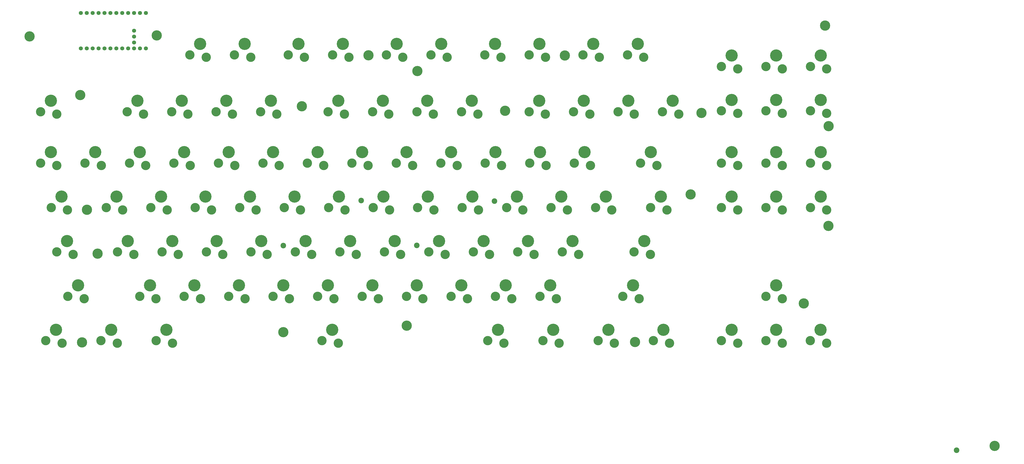
<source format=gbr>
%TF.GenerationSoftware,KiCad,Pcbnew,8.0.2-8.0.2-0~ubuntu22.04.1*%
%TF.CreationDate,2024-05-19T18:59:24-07:00*%
%TF.ProjectId,100kbd,3130306b-6264-42e6-9b69-6361645f7063,rev?*%
%TF.SameCoordinates,Original*%
%TF.FileFunction,Soldermask,Top*%
%TF.FilePolarity,Negative*%
%FSLAX46Y46*%
G04 Gerber Fmt 4.6, Leading zero omitted, Abs format (unit mm)*
G04 Created by KiCad (PCBNEW 8.0.2-8.0.2-0~ubuntu22.04.1) date 2024-05-19 18:59:24*
%MOMM*%
%LPD*%
G01*
G04 APERTURE LIST*
%ADD10C,0.700000*%
%ADD11C,4.400000*%
%ADD12C,2.400000*%
%ADD13C,3.450000*%
%ADD14C,5.250000*%
%ADD15C,4.000000*%
%ADD16C,1.752600*%
G04 APERTURE END LIST*
D10*
%TO.C,H5*%
X-81250000Y423600000D03*
X-80766726Y424766726D03*
X-80766726Y422433274D03*
X-79600000Y425250000D03*
D11*
X-79600000Y423600000D03*
D10*
X-79600000Y421950000D03*
X-78433274Y424766726D03*
X-78433274Y422433274D03*
X-77950000Y423600000D03*
%TD*%
%TO.C,H5*%
X-172183274Y432166726D03*
X-171700000Y433333452D03*
X-171700000Y431000000D03*
X-170533274Y433816726D03*
D11*
X-170533274Y432166726D03*
D10*
X-170533274Y430516726D03*
X-169366548Y433333452D03*
X-169366548Y431000000D03*
X-168883274Y432166726D03*
%TD*%
%TO.C,H5*%
X3150000Y423500000D03*
X3633274Y424666726D03*
X3633274Y422333274D03*
X4800000Y425150000D03*
D11*
X4800000Y423500000D03*
D10*
X4800000Y421850000D03*
X5966726Y424666726D03*
X5966726Y422333274D03*
X6450000Y423500000D03*
%TD*%
%TO.C,H5*%
X33250000Y300200000D03*
X33733274Y301366726D03*
X33733274Y299033274D03*
X34900000Y301850000D03*
D11*
X34900000Y300200000D03*
D10*
X34900000Y298550000D03*
X36066726Y301366726D03*
X36066726Y299033274D03*
X36550000Y300200000D03*
%TD*%
D12*
%TO.C,*%
X-58800000Y341800000D03*
%TD*%
%TO.C,*%
X-116100000Y341700000D03*
%TD*%
%TO.C,*%
X-82700000Y361100000D03*
%TD*%
%TO.C,*%
X-25500000Y360900000D03*
%TD*%
%TO.C,*%
X173000000Y253700000D03*
%TD*%
D10*
%TO.C,H5*%
X-109850000Y401700000D03*
X-109366726Y402866726D03*
X-109366726Y400533274D03*
X-108200000Y403350000D03*
D11*
X-108200000Y401700000D03*
D10*
X-108200000Y400050000D03*
X-107033274Y402866726D03*
X-107033274Y400533274D03*
X-106550000Y401700000D03*
%TD*%
%TO.C,H5*%
X-22500000Y399700000D03*
X-22016726Y400866726D03*
X-22016726Y398533274D03*
X-20850000Y401350000D03*
D11*
X-20850000Y399700000D03*
D10*
X-20850000Y398050000D03*
X-19683274Y400866726D03*
X-19683274Y398533274D03*
X-19200000Y399700000D03*
%TD*%
%TO.C,H5*%
X-226783274Y431733274D03*
X-226300000Y432900000D03*
X-226300000Y430566548D03*
X-225133274Y433383274D03*
D11*
X-225133274Y431733274D03*
D10*
X-225133274Y430083274D03*
X-223966548Y432900000D03*
X-223966548Y430566548D03*
X-223483274Y431733274D03*
%TD*%
%TO.C,H5*%
X-60200000Y416800000D03*
X-59716726Y417966726D03*
X-59716726Y415633274D03*
X-58550000Y418450000D03*
D11*
X-58550000Y416800000D03*
D10*
X-58550000Y415150000D03*
X-57383274Y417966726D03*
X-57383274Y415633274D03*
X-56900000Y416800000D03*
%TD*%
%TO.C,H5*%
X114850000Y436350000D03*
X115333274Y437516726D03*
X115333274Y435183274D03*
X116500000Y438000000D03*
D11*
X116500000Y436350000D03*
D10*
X116500000Y434700000D03*
X117666726Y437516726D03*
X117666726Y435183274D03*
X118150000Y436350000D03*
%TD*%
%TO.C,H1*%
X116283274Y350233274D03*
X116766548Y351400000D03*
X116766548Y349066548D03*
X117933274Y351883274D03*
D11*
X117933274Y350233274D03*
D10*
X117933274Y348583274D03*
X119100000Y351400000D03*
X119100000Y349066548D03*
X119583274Y350233274D03*
%TD*%
%TO.C,H6*%
X-202083274Y357133274D03*
X-201600000Y358300000D03*
X-201600000Y355966548D03*
X-200433274Y358783274D03*
D11*
X-200433274Y357133274D03*
D10*
X-200433274Y355483274D03*
X-199266548Y358300000D03*
X-199266548Y355966548D03*
X-198783274Y357133274D03*
%TD*%
%TO.C,H3*%
X-205000000Y406500000D03*
X-204516726Y407666726D03*
X-204516726Y405333274D03*
X-203350000Y408150000D03*
D11*
X-203350000Y406500000D03*
D10*
X-203350000Y404850000D03*
X-202183274Y407666726D03*
X-202183274Y405333274D03*
X-201700000Y406500000D03*
%TD*%
%TO.C,H4*%
X-204200000Y300100000D03*
X-203716726Y301266726D03*
X-203716726Y298933274D03*
X-202550000Y301750000D03*
D11*
X-202550000Y300100000D03*
D10*
X-202550000Y298450000D03*
X-201383274Y301266726D03*
X-201383274Y298933274D03*
X-200900000Y300100000D03*
%TD*%
%TO.C,H5*%
X187650000Y255550000D03*
X188133274Y256716726D03*
X188133274Y254383274D03*
X189300000Y257200000D03*
D11*
X189300000Y255550000D03*
D10*
X189300000Y253900000D03*
X190466726Y256716726D03*
X190466726Y254383274D03*
X190950000Y255550000D03*
%TD*%
%TO.C,H2*%
X-197583274Y338233274D03*
X-197100000Y339400000D03*
X-197100000Y337066548D03*
X-195933274Y339883274D03*
D11*
X-195933274Y338233274D03*
D10*
X-195933274Y336583274D03*
X-194766548Y339400000D03*
X-194766548Y337066548D03*
X-194283274Y338233274D03*
%TD*%
%TO.C,H6*%
X61750000Y398750000D03*
X62233274Y399916726D03*
X62233274Y397583274D03*
X63400000Y400400000D03*
D11*
X63400000Y398750000D03*
D10*
X63400000Y397100000D03*
X64566726Y399916726D03*
X64566726Y397583274D03*
X65050000Y398750000D03*
%TD*%
%TO.C,H1*%
X-117800000Y304500000D03*
X-117316726Y305666726D03*
X-117316726Y303333274D03*
X-116150000Y306150000D03*
D11*
X-116150000Y304500000D03*
D10*
X-116150000Y302850000D03*
X-114983274Y305666726D03*
X-114983274Y303333274D03*
X-114500000Y304500000D03*
%TD*%
%TO.C,H3*%
X-64783274Y307233274D03*
X-64300000Y308400000D03*
X-64300000Y306066548D03*
X-63133274Y308883274D03*
D11*
X-63133274Y307233274D03*
D10*
X-63133274Y305583274D03*
X-61966548Y308400000D03*
X-61966548Y306066548D03*
X-61483274Y307233274D03*
%TD*%
%TO.C,H4*%
X116383274Y393133274D03*
X116866548Y394300000D03*
X116866548Y391966548D03*
X118033274Y394783274D03*
D11*
X118033274Y393133274D03*
D10*
X118033274Y391483274D03*
X119200000Y394300000D03*
X119200000Y391966548D03*
X119683274Y393133274D03*
%TD*%
%TO.C,H5*%
X105750000Y316800000D03*
X106233274Y317966726D03*
X106233274Y315633274D03*
X107400000Y318450000D03*
D11*
X107400000Y316800000D03*
D10*
X107400000Y315150000D03*
X108566726Y317966726D03*
X108566726Y315633274D03*
X109050000Y316800000D03*
%TD*%
%TO.C,H2*%
X57116726Y363733274D03*
X57600000Y364900000D03*
X57600000Y362566548D03*
X58766726Y365383274D03*
D11*
X58766726Y363733274D03*
D10*
X58766726Y362083274D03*
X59933452Y364900000D03*
X59933452Y362566548D03*
X60416726Y363733274D03*
%TD*%
D13*
%TO.C,SW53*%
X-270000Y305500000D03*
X-270000Y305500000D03*
X-270000Y305500000D03*
X-270000Y305500000D03*
X-270000Y305500000D03*
D14*
X-270000Y305500000D03*
X-270000Y305500000D03*
X-270000Y305500000D03*
D15*
X-4670000Y300800000D03*
X-4670000Y300800000D03*
X2330000Y299750000D03*
X2330000Y299750000D03*
%TD*%
D13*
%TO.C,SW38*%
X-73400000Y404000000D03*
X-73400000Y404000000D03*
X-73400000Y404000000D03*
D14*
X-73400000Y404000000D03*
X-73400000Y404000000D03*
D15*
X-77800000Y399300000D03*
X-70800000Y398250000D03*
%TD*%
D13*
%TO.C,SW17*%
X12900000Y404000000D03*
X12900000Y404000000D03*
X12900000Y404000000D03*
D14*
X12900000Y404000000D03*
X12900000Y404000000D03*
D15*
X8500000Y399300000D03*
X15500000Y398250000D03*
%TD*%
D13*
%TO.C,SW56*%
X8060000Y343700000D03*
X8060000Y343700000D03*
X8060000Y343700000D03*
D14*
X8060000Y343700000D03*
X8060000Y343700000D03*
D15*
X3660000Y339000000D03*
X10660000Y337950000D03*
%TD*%
D13*
%TO.C,SW22*%
X-144740000Y343700000D03*
X-144740000Y343700000D03*
X-144740000Y343700000D03*
D14*
X-144740000Y343700000D03*
X-144740000Y343700000D03*
D15*
X-149140000Y339000000D03*
X-142140000Y337950000D03*
%TD*%
D13*
%TO.C,SW74*%
X-73144000Y362800000D03*
X-73144000Y362800000D03*
X-73144000Y362800000D03*
D14*
X-73144000Y362800000D03*
X-73144000Y362800000D03*
D15*
X-77544000Y358100000D03*
X-70544000Y357050000D03*
%TD*%
D13*
%TO.C,SW10*%
X114630000Y381900000D03*
X114630000Y381900000D03*
X114630000Y381900000D03*
D14*
X114630000Y381900000D03*
X114630000Y381900000D03*
D15*
X110230000Y377200000D03*
X117230000Y376150000D03*
%TD*%
D13*
%TO.C,SW44*%
X-58800000Y324600000D03*
X-58800000Y324600000D03*
X-58800000Y324600000D03*
D14*
X-58800000Y324600000D03*
X-58800000Y324600000D03*
D15*
X-63200000Y319900000D03*
X-56200000Y318850000D03*
%TD*%
D13*
%TO.C,SW21*%
X-209020000Y343700000D03*
X-209020000Y343700000D03*
X-209020000Y343700000D03*
X-209020000Y343700000D03*
X-209020000Y343700000D03*
D14*
X-209020000Y343700000D03*
X-209020000Y343700000D03*
X-209020000Y343700000D03*
D15*
X-213420000Y339000000D03*
X-213420000Y339000000D03*
X-206420000Y337950000D03*
X-206420000Y337950000D03*
%TD*%
D13*
%TO.C,SW66*%
X-15844000Y362800000D03*
X-15844000Y362800000D03*
X-15844000Y362800000D03*
D14*
X-15844000Y362800000D03*
X-15844000Y362800000D03*
D15*
X-20244000Y358100000D03*
X-13244000Y357050000D03*
%TD*%
D13*
%TO.C,SW90*%
X114630000Y423500000D03*
X114630000Y423500000D03*
X114630000Y423500000D03*
D14*
X114630000Y423500000D03*
X114630000Y423500000D03*
D15*
X110230000Y418800000D03*
X117230000Y417750000D03*
%TD*%
D13*
%TO.C,SW76*%
X3256000Y362800000D03*
X3256000Y362800000D03*
X3256000Y362800000D03*
D14*
X3256000Y362800000D03*
X3256000Y362800000D03*
D15*
X-1144000Y358100000D03*
X5856000Y357050000D03*
%TD*%
D13*
%TO.C,SW28*%
X-92500000Y404000000D03*
X-92500000Y404000000D03*
X-92500000Y404000000D03*
D14*
X-92500000Y404000000D03*
X-92500000Y404000000D03*
D15*
X-96900000Y399300000D03*
X-89900000Y398250000D03*
%TD*%
D13*
%TO.C,SW41*%
X-213725000Y305500000D03*
X-213725000Y305500000D03*
X-213725000Y305500000D03*
X-213725000Y305500000D03*
X-213725000Y305500000D03*
D14*
X-213725000Y305500000D03*
X-213725000Y305500000D03*
X-213725000Y305500000D03*
D15*
X-218125000Y300800000D03*
X-218125000Y300800000D03*
X-211125000Y299750000D03*
X-211125000Y299750000D03*
%TD*%
D13*
%TO.C,SW27*%
X51100000Y404000000D03*
X51100000Y404000000D03*
X51100000Y404000000D03*
D14*
X51100000Y404000000D03*
X51100000Y404000000D03*
D15*
X46700000Y399300000D03*
X53700000Y398250000D03*
%TD*%
D13*
%TO.C,SW87*%
X13200000Y381900000D03*
X13200000Y381900000D03*
X13200000Y381900000D03*
D14*
X13200000Y381900000D03*
X13200000Y381900000D03*
D15*
X8800000Y377200000D03*
X15800000Y376150000D03*
%TD*%
D13*
%TO.C,SW94*%
X-82300000Y381900000D03*
X-82300000Y381900000D03*
X-82300000Y381900000D03*
D14*
X-82300000Y381900000D03*
X-82300000Y381900000D03*
D15*
X-86700000Y377200000D03*
X-79700000Y376150000D03*
%TD*%
D13*
%TO.C,SW6*%
X114615000Y305500000D03*
X114615000Y305500000D03*
X114615000Y305500000D03*
D14*
X114615000Y305500000D03*
X114615000Y305500000D03*
D15*
X110215000Y300800000D03*
X117215000Y299750000D03*
%TD*%
D13*
%TO.C,SW26*%
X-1500000Y324600000D03*
X-1500000Y324600000D03*
X-1500000Y324600000D03*
D14*
X-1500000Y324600000D03*
X-1500000Y324600000D03*
D15*
X-5900000Y319900000D03*
X1100000Y318850000D03*
%TD*%
D13*
%TO.C,SW15*%
X95520000Y305500000D03*
X95520000Y305500000D03*
X95520000Y305500000D03*
D14*
X95520000Y305500000D03*
X95520000Y305500000D03*
D15*
X91120000Y300800000D03*
X98120000Y299750000D03*
%TD*%
D13*
%TO.C,SW83*%
X-111344000Y362800000D03*
X-111344000Y362800000D03*
X-111344000Y362800000D03*
D14*
X-111344000Y362800000D03*
X-111344000Y362800000D03*
D15*
X-115744000Y358100000D03*
X-108744000Y357050000D03*
%TD*%
D13*
%TO.C,SW40*%
X95535000Y404400000D03*
X95535000Y404400000D03*
X95535000Y404400000D03*
D14*
X95535000Y404400000D03*
X95535000Y404400000D03*
D15*
X91135000Y399700000D03*
X98135000Y398650000D03*
%TD*%
D13*
%TO.C,SW52*%
X-177800000Y381900000D03*
X-177800000Y381900000D03*
X-177800000Y381900000D03*
D14*
X-177800000Y381900000D03*
X-177800000Y381900000D03*
D15*
X-182200000Y377200000D03*
X-175200000Y376150000D03*
%TD*%
D13*
%TO.C,SW85*%
X-63200000Y381900000D03*
X-63200000Y381900000D03*
X-63200000Y381900000D03*
D14*
X-63200000Y381900000D03*
X-63200000Y381900000D03*
D15*
X-67600000Y377200000D03*
X-60600000Y376150000D03*
%TD*%
D13*
%TO.C,SW36*%
X34080000Y324600000D03*
X34080000Y324600000D03*
X34080000Y324600000D03*
X34080000Y324600000D03*
X34080000Y324600000D03*
D14*
X34080000Y324600000D03*
X34080000Y324600000D03*
X34080000Y324600000D03*
D15*
X29680000Y319900000D03*
X29680000Y319900000D03*
X36680000Y318850000D03*
X36680000Y318850000D03*
%TD*%
D13*
%TO.C,SW12*%
X-135200000Y324600000D03*
X-135200000Y324600000D03*
X-135200000Y324600000D03*
D14*
X-135200000Y324600000D03*
X-135200000Y324600000D03*
D15*
X-139600000Y319900000D03*
X-132600000Y318850000D03*
%TD*%
D13*
%TO.C,SW100*%
X114640000Y404400000D03*
X114640000Y404400000D03*
X114640000Y404400000D03*
D14*
X114640000Y404400000D03*
X114640000Y404400000D03*
D15*
X110240000Y399700000D03*
X117240000Y398650000D03*
%TD*%
D13*
%TO.C,SW25*%
X-39700000Y324600000D03*
X-39700000Y324600000D03*
X-39700000Y324600000D03*
D14*
X-39700000Y324600000D03*
X-39700000Y324600000D03*
D15*
X-44100000Y319900000D03*
X-37100000Y318850000D03*
%TD*%
D13*
%TO.C,SW19*%
X-132750000Y428500000D03*
X-132750000Y428500000D03*
X-132750000Y428500000D03*
D14*
X-132750000Y428500000D03*
X-132750000Y428500000D03*
D15*
X-137150000Y423800000D03*
X-130150000Y422750000D03*
%TD*%
D13*
%TO.C,SW70*%
X76420000Y381900000D03*
X76420000Y381900000D03*
X76420000Y381900000D03*
D14*
X76420000Y381900000D03*
X76420000Y381900000D03*
D15*
X72020000Y377200000D03*
X79020000Y376150000D03*
%TD*%
D13*
%TO.C,SW63*%
X-97000000Y324600000D03*
X-97000000Y324600000D03*
X-97000000Y324600000D03*
D14*
X-97000000Y324600000D03*
X-97000000Y324600000D03*
D15*
X-101400000Y319900000D03*
X-94400000Y318850000D03*
%TD*%
D13*
%TO.C,SW3*%
X-23975000Y305500000D03*
X-23975000Y305500000D03*
X-23975000Y305500000D03*
X-23975000Y305500000D03*
X-23975000Y305500000D03*
D14*
X-23975000Y305500000D03*
X-23975000Y305500000D03*
X-23975000Y305500000D03*
D15*
X-28375000Y300800000D03*
X-28375000Y300800000D03*
X-21375000Y299750000D03*
X-21375000Y299750000D03*
%TD*%
D13*
%TO.C,SW93*%
X-120500000Y381900000D03*
X-120500000Y381900000D03*
X-120500000Y381900000D03*
D14*
X-120500000Y381900000D03*
X-120500000Y381900000D03*
D15*
X-124900000Y377200000D03*
X-117900000Y376150000D03*
%TD*%
D13*
%TO.C,SW29*%
X16970000Y428500000D03*
X16970000Y428500000D03*
X16970000Y428500000D03*
D14*
X16970000Y428500000D03*
X16970000Y428500000D03*
D15*
X12570000Y423800000D03*
X19570000Y422750000D03*
%TD*%
D13*
%TO.C,SW95*%
X-44100000Y381900000D03*
X-44100000Y381900000D03*
X-44100000Y381900000D03*
D14*
X-44100000Y381900000D03*
X-44100000Y381900000D03*
D15*
X-48500000Y377200000D03*
X-41500000Y376150000D03*
%TD*%
D13*
%TO.C,SW49*%
X-25235518Y428500000D03*
X-25235518Y428500000D03*
X-25235518Y428500000D03*
D14*
X-25235518Y428500000D03*
X-25235518Y428500000D03*
D15*
X-29635518Y423800000D03*
X-22635518Y422750000D03*
%TD*%
D13*
%TO.C,SW71*%
X-190020000Y305500000D03*
X-190020000Y305500000D03*
X-190020000Y305500000D03*
X-190020000Y305500000D03*
X-190020000Y305500000D03*
D14*
X-190020000Y305500000D03*
X-190020000Y305500000D03*
X-190020000Y305500000D03*
D15*
X-194420000Y300800000D03*
X-194420000Y300800000D03*
X-187420000Y299750000D03*
X-187420000Y299750000D03*
%TD*%
D13*
%TO.C,SW14*%
X-77900000Y324600000D03*
X-77900000Y324600000D03*
X-77900000Y324600000D03*
D14*
X-77900000Y324600000D03*
X-77900000Y324600000D03*
D15*
X-82300000Y319900000D03*
X-75300000Y318850000D03*
%TD*%
D13*
%TO.C,SW84*%
X-101400000Y381900000D03*
X-101400000Y381900000D03*
X-101400000Y381900000D03*
D14*
X-101400000Y381900000D03*
X-101400000Y381900000D03*
D15*
X-105800000Y377200000D03*
X-98800000Y376150000D03*
%TD*%
D13*
%TO.C,SW45*%
X-49240000Y343700000D03*
X-49240000Y343700000D03*
X-49240000Y343700000D03*
D14*
X-49240000Y343700000D03*
X-49240000Y343700000D03*
D15*
X-53640000Y339000000D03*
X-46640000Y337950000D03*
%TD*%
D13*
%TO.C,SW42*%
X-158700000Y381900000D03*
X-158700000Y381900000D03*
X-158700000Y381900000D03*
D14*
X-158700000Y381900000D03*
X-158700000Y381900000D03*
D15*
X-163100000Y377200000D03*
X-156100000Y376150000D03*
%TD*%
D13*
%TO.C,SW72*%
X-163840000Y343700000D03*
X-163840000Y343700000D03*
X-163840000Y343700000D03*
D14*
X-163840000Y343700000D03*
X-163840000Y343700000D03*
D15*
X-168240000Y339000000D03*
X-161240000Y337950000D03*
%TD*%
D13*
%TO.C,SW24*%
X-87440000Y343700000D03*
X-87440000Y343700000D03*
X-87440000Y343700000D03*
D14*
X-87440000Y343700000D03*
X-87440000Y343700000D03*
D15*
X-91840000Y339000000D03*
X-84840000Y337950000D03*
%TD*%
D13*
%TO.C,SW20*%
X114630000Y362800000D03*
X114630000Y362800000D03*
X114630000Y362800000D03*
D14*
X114630000Y362800000D03*
X114630000Y362800000D03*
D15*
X110230000Y358100000D03*
X117230000Y357050000D03*
%TD*%
D13*
%TO.C,SW13*%
X-116100000Y324600000D03*
X-116100000Y324600000D03*
X-116100000Y324600000D03*
D14*
X-116100000Y324600000D03*
X-116100000Y324600000D03*
D15*
X-120500000Y319900000D03*
X-113500000Y318850000D03*
%TD*%
D13*
%TO.C,SW55*%
X-30140000Y343700000D03*
X-30140000Y343700000D03*
X-30140000Y343700000D03*
D14*
X-30140000Y343700000D03*
X-30140000Y343700000D03*
D15*
X-34540000Y339000000D03*
X-27540000Y337950000D03*
%TD*%
D13*
%TO.C,SW98*%
X-121500000Y404000000D03*
X-121500000Y404000000D03*
X-121500000Y404000000D03*
D14*
X-121500000Y404000000D03*
X-121500000Y404000000D03*
D15*
X-125900000Y399300000D03*
X-118900000Y398250000D03*
%TD*%
D13*
%TO.C,SW39*%
X36070000Y428500000D03*
X36070000Y428500000D03*
X36070000Y428500000D03*
D14*
X36070000Y428500000D03*
X36070000Y428500000D03*
D15*
X31670000Y423800000D03*
X38670000Y422750000D03*
%TD*%
D13*
%TO.C,SW11*%
X-211422000Y362800000D03*
X-211422000Y362800000D03*
X-211422000Y362800000D03*
X-211422000Y362800000D03*
X-211422000Y362800000D03*
D14*
X-211422000Y362800000D03*
X-211422000Y362800000D03*
X-211422000Y362800000D03*
D13*
X-210897000Y362800000D03*
X-210897000Y362800000D03*
X-210897000Y362800000D03*
D15*
X-215822000Y358100000D03*
X-215822000Y358100000D03*
X-208822000Y357050000D03*
X-208822000Y357050000D03*
%TD*%
D13*
%TO.C,SW31*%
X-204250000Y324600000D03*
X-204250000Y324600000D03*
X-204250000Y324600000D03*
X-204250000Y324600000D03*
X-204250000Y324600000D03*
D14*
X-204250000Y324600000D03*
X-204250000Y324600000D03*
X-204250000Y324600000D03*
D13*
X-203725000Y324600000D03*
X-203725000Y324600000D03*
X-203725000Y324600000D03*
D15*
X-208650000Y319900000D03*
X-208650000Y319900000D03*
X-201650000Y318850000D03*
X-201650000Y318850000D03*
%TD*%
D13*
%TO.C,SW73*%
X-106540000Y343700000D03*
X-106540000Y343700000D03*
X-106540000Y343700000D03*
D14*
X-106540000Y343700000D03*
X-106540000Y343700000D03*
D15*
X-110940000Y339000000D03*
X-103940000Y337950000D03*
%TD*%
D13*
%TO.C,SW35*%
X-20600000Y324600000D03*
X-20600000Y324600000D03*
X-20600000Y324600000D03*
D14*
X-20600000Y324600000D03*
X-20600000Y324600000D03*
D15*
X-25000000Y319900000D03*
X-18000000Y318850000D03*
%TD*%
D13*
%TO.C,SW62*%
X-168644000Y362800000D03*
X-168644000Y362800000D03*
X-168644000Y362800000D03*
D14*
X-168644000Y362800000D03*
X-168644000Y362800000D03*
D15*
X-173044000Y358100000D03*
X-166044000Y357050000D03*
%TD*%
D13*
%TO.C,SW79*%
X-48340000Y428500000D03*
X-48340000Y428500000D03*
X-48340000Y428500000D03*
D14*
X-48340000Y428500000D03*
X-48340000Y428500000D03*
D15*
X-52740000Y423800000D03*
X-45740000Y422750000D03*
%TD*%
D13*
%TO.C,SW60*%
X95525000Y362800000D03*
X95525000Y362800000D03*
X95525000Y362800000D03*
D14*
X95525000Y362800000D03*
X95525000Y362800000D03*
D15*
X91125000Y358100000D03*
X98125000Y357050000D03*
%TD*%
D13*
%TO.C,SW91*%
X-182940000Y343700000D03*
X-182940000Y343700000D03*
X-182940000Y343700000D03*
D14*
X-182940000Y343700000D03*
X-182940000Y343700000D03*
D15*
X-187340000Y339000000D03*
X-180340000Y337950000D03*
%TD*%
D13*
%TO.C,SW68*%
X-178800000Y404000000D03*
X-178800000Y404000000D03*
X-178800000Y404000000D03*
D14*
X-178800000Y404000000D03*
X-178800000Y404000000D03*
D15*
X-183200000Y399300000D03*
X-176200000Y398250000D03*
%TD*%
D13*
%TO.C,SW61*%
X-196900000Y381900000D03*
X-196900000Y381900000D03*
X-196900000Y381900000D03*
D14*
X-196900000Y381900000D03*
X-196900000Y381900000D03*
D15*
X-201300000Y377200000D03*
X-194300000Y376150000D03*
%TD*%
D13*
%TO.C,SW67*%
X22356000Y362800000D03*
X22356000Y362800000D03*
X22356000Y362800000D03*
D14*
X22356000Y362800000D03*
X22356000Y362800000D03*
D15*
X17956000Y358100000D03*
X24956000Y357050000D03*
%TD*%
D13*
%TO.C,SW75*%
X-34944000Y362800000D03*
X-34944000Y362800000D03*
X-34944000Y362800000D03*
D14*
X-34944000Y362800000D03*
X-34944000Y362800000D03*
D15*
X-39344000Y358100000D03*
X-32344000Y357050000D03*
%TD*%
D13*
%TO.C,SW96*%
X-5900000Y381900000D03*
X-5900000Y381900000D03*
X-5900000Y381900000D03*
D14*
X-5900000Y381900000D03*
X-5900000Y381900000D03*
D15*
X-10300000Y377200000D03*
X-3300000Y376150000D03*
%TD*%
D13*
%TO.C,SW80*%
X95525000Y381900000D03*
X95525000Y381900000D03*
X95525000Y381900000D03*
D14*
X95525000Y381900000D03*
X95525000Y381900000D03*
D15*
X91125000Y377200000D03*
X98125000Y376150000D03*
%TD*%
D13*
%TO.C,SW89*%
X-109640000Y428500000D03*
X-109640000Y428500000D03*
X-109640000Y428500000D03*
D14*
X-109640000Y428500000D03*
X-109640000Y428500000D03*
D15*
X-114040000Y423800000D03*
X-107040000Y422750000D03*
%TD*%
D13*
%TO.C,SW92*%
X-166315000Y305500000D03*
X-166315000Y305500000D03*
X-166315000Y305500000D03*
X-166315000Y305500000D03*
X-166315000Y305500000D03*
D14*
X-166315000Y305500000D03*
X-166315000Y305500000D03*
X-166315000Y305500000D03*
D15*
X-170715000Y300800000D03*
X-170715000Y300800000D03*
X-163715000Y299750000D03*
X-163715000Y299750000D03*
%TD*%
D13*
%TO.C,SW59*%
X-6135518Y428500000D03*
X-6135518Y428500000D03*
X-6135518Y428500000D03*
D14*
X-6135518Y428500000D03*
X-6135518Y428500000D03*
D15*
X-10535518Y423800000D03*
X-3535518Y422750000D03*
%TD*%
D13*
%TO.C,SW58*%
X-35200000Y404000000D03*
X-35200000Y404000000D03*
X-35200000Y404000000D03*
D14*
X-35200000Y404000000D03*
X-35200000Y404000000D03*
D15*
X-39600000Y399300000D03*
X-32600000Y398250000D03*
%TD*%
D13*
%TO.C,SW50*%
X76420000Y362800000D03*
X76420000Y362800000D03*
X76420000Y362800000D03*
D14*
X76420000Y362800000D03*
X76420000Y362800000D03*
D15*
X72020000Y358100000D03*
X79020000Y357050000D03*
%TD*%
D13*
%TO.C,SW43*%
X-139600000Y381900000D03*
X-139600000Y381900000D03*
X-139600000Y381900000D03*
D14*
X-139600000Y381900000D03*
X-139600000Y381900000D03*
D15*
X-144000000Y377200000D03*
X-137000000Y376150000D03*
%TD*%
D13*
%TO.C,SW51*%
X-187744000Y362800000D03*
X-187744000Y362800000D03*
X-187744000Y362800000D03*
D14*
X-187744000Y362800000D03*
X-187744000Y362800000D03*
D15*
X-192144000Y358100000D03*
X-185144000Y357050000D03*
%TD*%
D13*
%TO.C,SW82*%
X-154300000Y324600000D03*
X-154300000Y324600000D03*
X-154300000Y324600000D03*
D14*
X-154300000Y324600000D03*
X-154300000Y324600000D03*
D15*
X-158700000Y319900000D03*
X-151700000Y318850000D03*
%TD*%
D13*
%TO.C,SW57*%
X32000000Y404000000D03*
X32000000Y404000000D03*
X32000000Y404000000D03*
D14*
X32000000Y404000000D03*
X32000000Y404000000D03*
D15*
X27600000Y399300000D03*
X34600000Y398250000D03*
%TD*%
D13*
%TO.C,SW86*%
X-25000000Y381900000D03*
X-25000000Y381900000D03*
X-25000000Y381900000D03*
D14*
X-25000000Y381900000D03*
X-25000000Y381900000D03*
D15*
X-29400000Y377200000D03*
X-22400000Y376150000D03*
%TD*%
D13*
%TO.C,SW18*%
X-6200000Y404000000D03*
X-6200000Y404000000D03*
X-6200000Y404000000D03*
D14*
X-6200000Y404000000D03*
X-6200000Y404000000D03*
D15*
X-10600000Y399300000D03*
X-3600000Y398250000D03*
%TD*%
D13*
%TO.C,SW47*%
X38910000Y343700000D03*
X38910000Y343700000D03*
X38910000Y343700000D03*
X38910000Y343700000D03*
X38910000Y343700000D03*
D14*
X38910000Y343700000D03*
X38910000Y343700000D03*
X38910000Y343700000D03*
D13*
X39435000Y343700000D03*
X39435000Y343700000D03*
X39435000Y343700000D03*
D15*
X34510000Y339000000D03*
X34510000Y339000000D03*
X41510000Y337950000D03*
X41510000Y337950000D03*
%TD*%
D13*
%TO.C,SW99*%
X-90540000Y428500000D03*
X-90540000Y428500000D03*
X-90540000Y428500000D03*
D14*
X-90540000Y428500000D03*
X-90540000Y428500000D03*
D15*
X-94940000Y423800000D03*
X-87940000Y422750000D03*
%TD*%
D13*
%TO.C,SW88*%
X-140600000Y404000000D03*
X-140600000Y404000000D03*
X-140600000Y404000000D03*
D14*
X-140600000Y404000000D03*
X-140600000Y404000000D03*
D15*
X-145000000Y399300000D03*
X-138000000Y398250000D03*
%TD*%
D13*
%TO.C,SW5*%
X76420000Y305500000D03*
X76420000Y305500000D03*
X76420000Y305500000D03*
D14*
X76420000Y305500000D03*
X76420000Y305500000D03*
D15*
X72020000Y300800000D03*
X79020000Y299750000D03*
%TD*%
D13*
%TO.C,SW34*%
X47140000Y305500000D03*
X47140000Y305500000D03*
X47140000Y305500000D03*
X47140000Y305500000D03*
X47140000Y305500000D03*
D14*
X47140000Y305500000D03*
X47140000Y305500000D03*
X47140000Y305500000D03*
D15*
X42740000Y300800000D03*
X42740000Y300800000D03*
X49740000Y299750000D03*
X49740000Y299750000D03*
%TD*%
D13*
%TO.C,SW78*%
X-159700000Y404000000D03*
X-159700000Y404000000D03*
X-159700000Y404000000D03*
D14*
X-159700000Y404000000D03*
X-159700000Y404000000D03*
D15*
X-164100000Y399300000D03*
X-157100000Y398250000D03*
%TD*%
D13*
%TO.C,SW1*%
X-216000000Y381900000D03*
X-216000000Y381900000D03*
X-216000000Y381900000D03*
D14*
X-216000000Y381900000D03*
X-216000000Y381900000D03*
D15*
X-220400000Y377200000D03*
X-213400000Y376150000D03*
%TD*%
D13*
%TO.C,SW48*%
X-54300000Y404000000D03*
X-54300000Y404000000D03*
X-54300000Y404000000D03*
D14*
X-54300000Y404000000D03*
X-54300000Y404000000D03*
D15*
X-58700000Y399300000D03*
X-51700000Y398250000D03*
%TD*%
D13*
%TO.C,SW9*%
X-151850000Y428500000D03*
X-151850000Y428500000D03*
X-151850000Y428500000D03*
D14*
X-151850000Y428500000D03*
X-151850000Y428500000D03*
D15*
X-156250000Y423800000D03*
X-149250000Y422750000D03*
%TD*%
D13*
%TO.C,SW7*%
X95530000Y423500000D03*
X95530000Y423500000D03*
X95530000Y423500000D03*
D14*
X95530000Y423500000D03*
X95530000Y423500000D03*
D15*
X91130000Y418800000D03*
X98130000Y417750000D03*
%TD*%
D13*
%TO.C,SW8*%
X-216000000Y404000000D03*
X-216000000Y404000000D03*
X-216000000Y404000000D03*
D14*
X-216000000Y404000000D03*
X-216000000Y404000000D03*
D15*
X-220400000Y399300000D03*
X-213400000Y398250000D03*
%TD*%
D16*
%TO.C,U1*%
X-203100000Y426560000D03*
X-200560000Y426560000D03*
X-198020000Y426560000D03*
X-195480000Y426560000D03*
X-192940000Y426560000D03*
X-190400000Y426560000D03*
X-187860000Y426560000D03*
X-185320000Y426560000D03*
X-182780000Y426560000D03*
X-180240000Y426560000D03*
X-177700000Y426560000D03*
X-175160000Y426560000D03*
X-175160000Y441800000D03*
X-177700000Y441800000D03*
X-180240000Y441800000D03*
X-182780000Y441800000D03*
X-185320000Y441800000D03*
X-187860000Y441800000D03*
X-190400000Y441800000D03*
X-192940000Y441800000D03*
X-195480000Y441800000D03*
X-198020000Y441800000D03*
X-200560000Y441800000D03*
X-203100000Y441800000D03*
X-180240000Y429100000D03*
X-180240000Y431640000D03*
X-180240000Y434180000D03*
%TD*%
D13*
%TO.C,SW16*%
X95520000Y324600000D03*
X95520000Y324600000D03*
X95520000Y324600000D03*
D14*
X95520000Y324600000D03*
X95520000Y324600000D03*
D15*
X91120000Y319900000D03*
X98120000Y318850000D03*
%TD*%
D13*
%TO.C,SW65*%
X-54044000Y362800000D03*
X-54044000Y362800000D03*
X-54044000Y362800000D03*
D14*
X-54044000Y362800000D03*
X-54044000Y362800000D03*
D15*
X-58444000Y358100000D03*
X-51444000Y357050000D03*
%TD*%
D13*
%TO.C,SW97*%
X41670000Y381900001D03*
X41670000Y381900001D03*
X41670000Y381900001D03*
D14*
X41670000Y381900001D03*
X41670000Y381900001D03*
D13*
X41670000Y381900000D03*
X41670000Y381900000D03*
D14*
X41670000Y381900000D03*
D15*
X37270000Y377200001D03*
X37270000Y377200000D03*
X44270000Y376150001D03*
X44270000Y376150000D03*
%TD*%
D13*
%TO.C,SW37*%
X76430000Y423500000D03*
X76430000Y423500000D03*
X76430000Y423500000D03*
D14*
X76430000Y423500000D03*
X76430000Y423500000D03*
D15*
X72030000Y418800000D03*
X79030000Y417750000D03*
%TD*%
D13*
%TO.C,SW23*%
X-125640000Y343700000D03*
X-125640000Y343700000D03*
X-125640000Y343700000D03*
D14*
X-125640000Y343700000D03*
X-125640000Y343700000D03*
D15*
X-130040000Y339000000D03*
X-123040000Y337950000D03*
%TD*%
D13*
%TO.C,SW33*%
X-130444000Y362800000D03*
X-130444000Y362800000D03*
X-130444000Y362800000D03*
D14*
X-130444000Y362800000D03*
X-130444000Y362800000D03*
D15*
X-134844000Y358100000D03*
X-127844000Y357050000D03*
%TD*%
D13*
%TO.C,SW64*%
X-92244000Y362800000D03*
X-92244000Y362800000D03*
X-92244000Y362800000D03*
D14*
X-92244000Y362800000D03*
X-92244000Y362800000D03*
D15*
X-96644000Y358100000D03*
X-89644000Y357050000D03*
%TD*%
D13*
%TO.C,SW81*%
X-173400000Y324600000D03*
X-173400000Y324600000D03*
X-173400000Y324600000D03*
D14*
X-173400000Y324600000D03*
X-173400000Y324600000D03*
D15*
X-177800000Y319900000D03*
X-170800000Y318850000D03*
%TD*%
D13*
%TO.C,SW54*%
X-68340000Y343700000D03*
X-68340000Y343700000D03*
X-68340000Y343700000D03*
D14*
X-68340000Y343700000D03*
X-68340000Y343700000D03*
D15*
X-72740000Y339000000D03*
X-65740000Y337950000D03*
%TD*%
D13*
%TO.C,SW46*%
X-11040000Y343700000D03*
X-11040000Y343700000D03*
X-11040000Y343700000D03*
D14*
X-11040000Y343700000D03*
X-11040000Y343700000D03*
D15*
X-15440000Y339000000D03*
X-8440000Y337950000D03*
%TD*%
D13*
%TO.C,SW4*%
X23435000Y305500000D03*
X23435000Y305500000D03*
X23435000Y305500000D03*
X23435000Y305500000D03*
X23435000Y305500000D03*
D14*
X23435000Y305500000D03*
X23435000Y305500000D03*
X23435000Y305500000D03*
D15*
X19035000Y300800000D03*
X19035000Y300800000D03*
X26035000Y299750000D03*
X26035000Y299750000D03*
%TD*%
D13*
%TO.C,SW69*%
X-67435518Y428500000D03*
X-67435518Y428500000D03*
X-67435518Y428500000D03*
D14*
X-67435518Y428500000D03*
X-67435518Y428500000D03*
D15*
X-71835518Y423800000D03*
X-64835518Y422750000D03*
%TD*%
D13*
%TO.C,SW77*%
X46034000Y362800000D03*
X46034000Y362800000D03*
X46034000Y362800000D03*
X46034000Y362800000D03*
X46034000Y362800000D03*
D14*
X46034000Y362800000D03*
X46034000Y362800000D03*
X46034000Y362800000D03*
D13*
X46559000Y362800000D03*
X46559000Y362800000D03*
X46559000Y362800000D03*
D15*
X41634000Y358100000D03*
X41634000Y358100000D03*
X48634000Y357050000D03*
X48634000Y357050000D03*
%TD*%
D13*
%TO.C,SW32*%
X-149544000Y362800000D03*
X-149544000Y362800000D03*
X-149544000Y362800000D03*
D14*
X-149544000Y362800000D03*
X-149544000Y362800000D03*
D15*
X-153944000Y358100000D03*
X-146944000Y357050000D03*
%TD*%
D13*
%TO.C,SW30*%
X76430000Y404400000D03*
X76430000Y404400000D03*
X76430000Y404400000D03*
D14*
X76430000Y404400000D03*
X76430000Y404400000D03*
D15*
X72030000Y399700000D03*
X79030000Y398650000D03*
%TD*%
D13*
%TO.C,SW2*%
X-95120000Y305500000D03*
X-95120000Y305500000D03*
X-95120000Y305500000D03*
X-95120000Y305500000D03*
X-95120000Y305500000D03*
D14*
X-95120000Y305500000D03*
X-95120000Y305500000D03*
X-95120000Y305500000D03*
D13*
X-94595000Y305500000D03*
X-94595000Y305500000D03*
X-94595000Y305500000D03*
D15*
X-99520000Y300800000D03*
X-99520000Y300800000D03*
X-92520000Y299750000D03*
X-92520000Y299750000D03*
%TD*%
M02*

</source>
